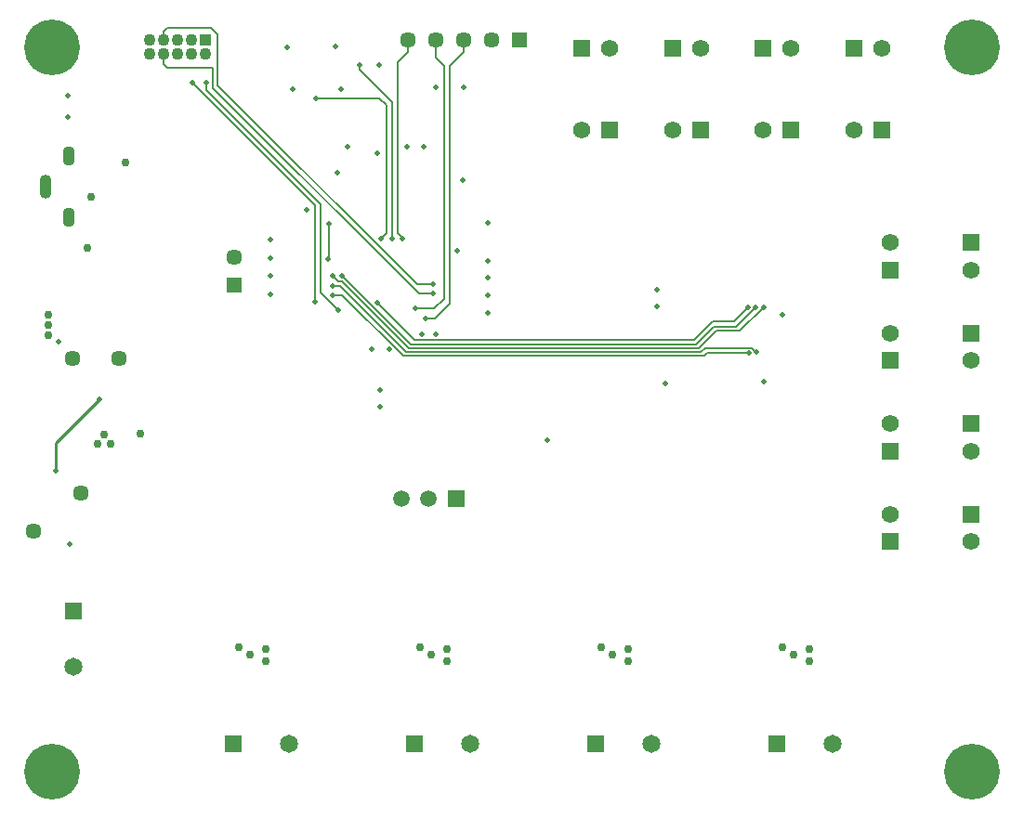
<source format=gbr>
%TF.GenerationSoftware,Altium Limited,Altium Designer,24.2.2 (26)*%
G04 Layer_Physical_Order=4*
G04 Layer_Color=16711680*
%FSLAX45Y45*%
%MOMM*%
%TF.SameCoordinates,CD070EA7-D628-40BE-AF17-708C1490C7C2*%
%TF.FilePolarity,Positive*%
%TF.FileFunction,Copper,L4,Bot,Signal*%
%TF.Part,Single*%
G01*
G75*
%TA.AperFunction,Conductor*%
%ADD34C,0.20320*%
%ADD38C,0.25400*%
%TA.AperFunction,ComponentPad*%
%ADD43C,1.10000*%
%ADD44R,1.10000X1.10000*%
%ADD45C,1.57500*%
%ADD46R,1.57500X1.57500*%
%ADD47C,1.65000*%
%ADD48R,1.65000X1.65000*%
%ADD49R,1.50800X1.50800*%
%ADD50C,1.50800*%
%ADD51C,1.45000*%
%ADD52R,1.45000X1.45000*%
%ADD53O,1.10000X1.80000*%
%ADD54O,1.10000X2.20000*%
%TA.AperFunction,ViaPad*%
%ADD55C,5.08000*%
%TA.AperFunction,ComponentPad*%
%ADD56R,1.57500X1.57500*%
%ADD57R,1.45000X1.45000*%
%ADD58R,1.65000X1.65000*%
%TA.AperFunction,ViaPad*%
%ADD59C,0.50000*%
%ADD60C,0.76200*%
D34*
X7530865Y11360548D02*
G03*
X7530864Y11360549I-14370J-14368D01*
G01*
X12423409Y8688940D02*
X12852390D01*
X12885008Y8656320D02*
X12893040D01*
X12852390Y8688940D02*
X12885008Y8656320D01*
X10096500Y11259820D02*
X10223500Y11386820D01*
Y11493500D01*
X9961480Y8960720D02*
X10096500Y9095740D01*
Y11259820D01*
X9954260Y9047480D02*
X10045700Y9138920D01*
X9784080Y9047480D02*
X9954260D01*
X9875520Y8960720D02*
X9961480D01*
X9273540Y11226800D02*
Y11272520D01*
X9570720Y9685020D02*
Y10929620D01*
X9273540Y11226800D02*
X9570720Y10929620D01*
X8879840Y10967720D02*
X9456420D01*
X9519920Y9733280D02*
Y10904220D01*
X9456420Y10967720D02*
X9519920Y10904220D01*
X9715500Y11384280D02*
Y11493500D01*
X9621520Y9736231D02*
Y11290300D01*
X9715500Y11384280D01*
X9621520Y9736231D02*
X9664700Y9693051D01*
X9474200Y9687560D02*
X9519920Y9733280D01*
X9664700Y9685020D02*
Y9693051D01*
X9438640Y9098280D02*
X9776460Y8760460D01*
X9438640Y9098280D02*
Y9103360D01*
X9969500Y11338560D02*
X10045700Y11262360D01*
X9969500Y11338560D02*
Y11493500D01*
X10045700Y9138920D02*
Y11262360D01*
X8994140Y9504680D02*
Y9819640D01*
X8996680Y9822180D01*
X8991600Y9502140D02*
X8994140Y9504680D01*
X8874760Y9105900D02*
Y9987280D01*
X7752080Y11109960D02*
X8874760Y9987280D01*
X7884160Y11043920D02*
Y11109960D01*
Y11043920D02*
X8925560Y10002520D01*
Y9194800D02*
Y10002520D01*
X7940040Y11059160D02*
Y11235217D01*
X9815268Y9183932D02*
X9946422D01*
X7940040Y11059160D02*
X9815268Y9183932D01*
X7985760Y11082020D02*
Y11544300D01*
X9799320Y9268460D02*
X9946640D01*
X7985760Y11082020D02*
X9799320Y9268460D01*
X8925560Y9194800D02*
X9085580Y9034780D01*
X7524912Y11366500D02*
X7530864Y11360549D01*
X7493000Y11366500D02*
X7524912D01*
X7530865Y11360548D02*
X7535501Y11355912D01*
X7523480Y11247120D02*
X7928137D01*
X7940040Y11235217D01*
X7493000Y11277600D02*
X7523480Y11247120D01*
X7922260Y11607800D02*
X7985760Y11544300D01*
X7523480Y11607800D02*
X7922260D01*
X9120244Y9169400D02*
X9673964Y8615680D01*
X9029700Y9169400D02*
X9120244D01*
X9096420Y9252540D02*
X9697720Y8651240D01*
X9029700Y9252540D02*
X9096420D01*
X7493000Y11277600D02*
Y11366500D01*
Y11493500D02*
Y11577320D01*
X7523480Y11607800D01*
X12324080Y8760460D02*
X12494260Y8930640D01*
X9776460Y8760460D02*
X12324080D01*
X12494260Y8930640D02*
X12688196D01*
X12524740Y8846820D02*
X12743180D01*
X12364720Y8686800D02*
X12524740Y8846820D01*
X9723120Y8686800D02*
X12364720D01*
X12415520Y8615680D02*
X12440920Y8641080D01*
X9673964Y8615680D02*
X12415520D01*
X12440920Y8641080D02*
X12824460D01*
X12385709Y8651240D02*
X12423409Y8688940D01*
X9697720Y8651240D02*
X12385709D01*
X9115000Y9294920D02*
X9723120Y8686800D01*
X12344400Y8722360D02*
X12506960Y8884920D01*
X9118600Y9347200D02*
X9743440Y8722360D01*
X12344400D01*
X12688196Y8930640D02*
X12818558Y9061002D01*
X12506960Y8884920D02*
X12710160D01*
X12885420Y9060180D01*
X12743180Y8846820D02*
X12956540Y9060180D01*
X9083040Y9294920D02*
X9115000D01*
X9029700Y9348260D02*
X9083040Y9294920D01*
D38*
X6504940Y7823200D02*
X6906260Y8224520D01*
X6504940Y7569200D02*
Y7823200D01*
D43*
X7366000Y11366500D02*
D03*
Y11493500D02*
D03*
X7493000Y11366500D02*
D03*
Y11493500D02*
D03*
X7620000Y11366500D02*
D03*
Y11493500D02*
D03*
X7747000Y11366500D02*
D03*
Y11493500D02*
D03*
X7874000Y11366500D02*
D03*
D44*
Y11493500D02*
D03*
D45*
X14108000Y8824500D02*
D03*
Y9650000D02*
D03*
Y7999000D02*
D03*
X13781500Y10679000D02*
D03*
X14031500Y11419000D02*
D03*
X11305000Y10679000D02*
D03*
X14848000Y9400000D02*
D03*
Y8574500D02*
D03*
Y7749000D02*
D03*
X14108000Y7173500D02*
D03*
X14848000Y6923500D02*
D03*
X11555000Y11419000D02*
D03*
X12130500Y10679000D02*
D03*
X12380500Y11419000D02*
D03*
X12956000Y10679000D02*
D03*
X13206000Y11419000D02*
D03*
D46*
X14108000Y8574500D02*
D03*
Y9400000D02*
D03*
Y7749000D02*
D03*
X14848000Y9650000D02*
D03*
Y8824500D02*
D03*
Y7999000D02*
D03*
X14108000Y6923500D02*
D03*
X14848000Y7173500D02*
D03*
D47*
X10287000Y5080000D02*
D03*
X13589000D02*
D03*
X8636000D02*
D03*
X11938000D02*
D03*
X6667500Y5778500D02*
D03*
D48*
X9779000Y5080000D02*
D03*
X13081000D02*
D03*
X8128000D02*
D03*
X11430000D02*
D03*
D49*
X10156000Y7313500D02*
D03*
D50*
X9906000D02*
D03*
X9656000D02*
D03*
D51*
X8130540Y9512300D02*
D03*
X6301740Y7015480D02*
D03*
X9715500Y11493500D02*
D03*
X9969500D02*
D03*
X10223500D02*
D03*
X10477500D02*
D03*
X6736080Y7366000D02*
D03*
X6662420Y8592820D02*
D03*
X7081520D02*
D03*
D52*
X8130540Y9258300D02*
D03*
D53*
X6628500Y10440000D02*
D03*
Y9880000D02*
D03*
D54*
X6413500Y10160000D02*
D03*
D55*
X14859000Y4826000D02*
D03*
Y11430000D02*
D03*
X6477000Y4826000D02*
D03*
Y11430000D02*
D03*
D56*
X14031500Y10679000D02*
D03*
X13781500Y11419000D02*
D03*
X11555000Y10679000D02*
D03*
X11305000Y11419000D02*
D03*
X12380500Y10679000D02*
D03*
X12130500Y11419000D02*
D03*
X13206000Y10679000D02*
D03*
X12956000Y11419000D02*
D03*
D57*
X10731500Y11493500D02*
D03*
D58*
X6667500Y6286500D02*
D03*
D59*
X6906260Y8224520D02*
D03*
X12893040Y8656320D02*
D03*
X8465820Y9677400D02*
D03*
X8794079Y9951121D02*
D03*
X9784080Y9047480D02*
D03*
X9545320Y8676640D02*
D03*
X9875520Y8960720D02*
D03*
X12065000Y8366760D02*
D03*
X10213340Y10218420D02*
D03*
X12956540Y8379460D02*
D03*
X11983720Y9070340D02*
D03*
Y9220200D02*
D03*
X9060180Y11437620D02*
D03*
X8615680Y11427460D02*
D03*
X8663940Y11046460D02*
D03*
X9108440D02*
D03*
X9273540Y11272520D02*
D03*
X9458960Y11269980D02*
D03*
X8879840Y10967720D02*
D03*
X9474200Y9687560D02*
D03*
X9570720Y9685020D02*
D03*
X9664700D02*
D03*
X9438640Y9103360D02*
D03*
X10223500Y11064240D02*
D03*
X8996680Y9822180D02*
D03*
X8991600Y9502140D02*
D03*
X7752080Y11109960D02*
D03*
X7884160D02*
D03*
X9029700Y9169400D02*
D03*
X9075420Y10289540D02*
D03*
X9946640Y9184640D02*
D03*
Y9268460D02*
D03*
X9085580Y9034780D02*
D03*
X8874760Y9105900D02*
D03*
X13131799Y8989060D02*
D03*
X12818558Y9061002D02*
D03*
X12885420Y9060180D02*
D03*
X12824460Y8641080D02*
D03*
X9118600Y9347200D02*
D03*
X9842500Y8815870D02*
D03*
X9969500D02*
D03*
X10447020Y9006840D02*
D03*
X9029700Y9252540D02*
D03*
X12956540Y9060180D02*
D03*
X9029700Y9348260D02*
D03*
X9969500Y11066780D02*
D03*
X10163410Y9573260D02*
D03*
X6616700Y10797540D02*
D03*
Y10985500D02*
D03*
X10985500Y7846060D02*
D03*
X10447020Y9166860D02*
D03*
Y9827260D02*
D03*
Y9329420D02*
D03*
X10444480Y9484360D02*
D03*
X9436100Y10462260D02*
D03*
X9865360Y10520680D02*
D03*
X9705340D02*
D03*
X9166860D02*
D03*
X9461500Y8303260D02*
D03*
Y8150860D02*
D03*
X9385300Y8676640D02*
D03*
X8468360Y9509760D02*
D03*
Y9177020D02*
D03*
Y9344660D02*
D03*
X6537960Y8745220D02*
D03*
X6637020Y6903720D02*
D03*
X6504940Y7569200D02*
D03*
D60*
X6827520Y10066020D02*
D03*
X13373100Y5943600D02*
D03*
Y5829300D02*
D03*
X13233400Y5892800D02*
D03*
X13131799Y5956300D02*
D03*
X11722100Y5943600D02*
D03*
Y5829300D02*
D03*
X11582400Y5892800D02*
D03*
X11480800Y5956300D02*
D03*
X10071100Y5943600D02*
D03*
Y5829300D02*
D03*
X9931400Y5892800D02*
D03*
X9829800Y5956300D02*
D03*
X8178800D02*
D03*
X8280400Y5892800D02*
D03*
X8420100Y5829300D02*
D03*
Y5943600D02*
D03*
X7145020Y10380980D02*
D03*
X6797040Y9601200D02*
D03*
X6949440Y7899400D02*
D03*
X7282180Y7904480D02*
D03*
X7007860Y7813040D02*
D03*
X6891020Y7815580D02*
D03*
X6438900Y8801100D02*
D03*
Y8989060D02*
D03*
Y8895080D02*
D03*
%TF.MD5,77f335f56fa8d8adb0012522bc8db866*%
M02*

</source>
